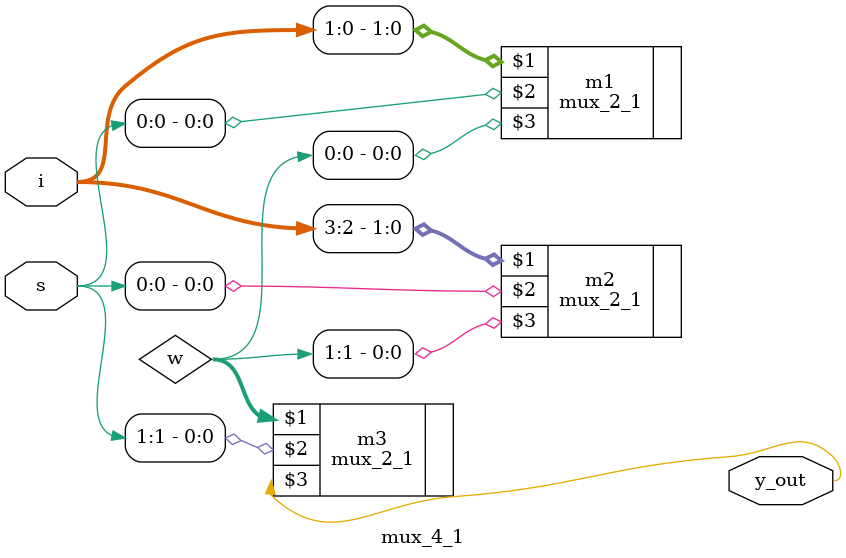
<source format=v>
`timescale 1ns / 1ps


module mux_4_1(
    input [3:0] i,
    input [1:0]s,
    output y_out
    );
    
    wire [1:0]w;
    
    mux_2_1 m1(i[1:0], s[0], w[0]);
    mux_2_1 m2(i[3:2], s[0], w[1]);
    mux_2_1 m3(w, s[1], y_out);
    
endmodule

</source>
